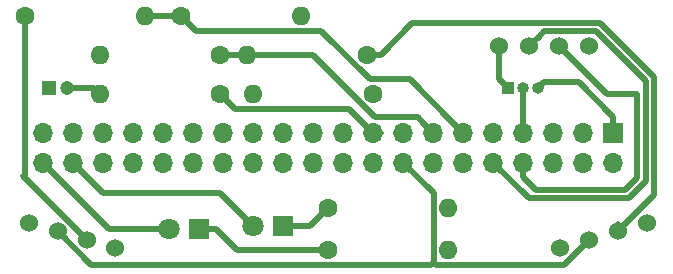
<source format=gbr>
G04 #@! TF.GenerationSoftware,KiCad,Pcbnew,(5.0.2)-1*
G04 #@! TF.CreationDate,2021-01-02T20:32:08+01:00*
G04 #@! TF.ProjectId,Radmesser,5261646d-6573-4736-9572-2e6b69636164,rev?*
G04 #@! TF.SameCoordinates,Original*
G04 #@! TF.FileFunction,Copper,L1,Top*
G04 #@! TF.FilePolarity,Positive*
%FSLAX46Y46*%
G04 Gerber Fmt 4.6, Leading zero omitted, Abs format (unit mm)*
G04 Created by KiCad (PCBNEW (5.0.2)-1) date 02.01.2021 20:32:08*
%MOMM*%
%LPD*%
G01*
G04 APERTURE LIST*
G04 #@! TA.AperFunction,ComponentPad*
%ADD10C,1.530000*%
G04 #@! TD*
G04 #@! TA.AperFunction,ComponentPad*
%ADD11R,1.800000X1.800000*%
G04 #@! TD*
G04 #@! TA.AperFunction,ComponentPad*
%ADD12C,1.800000*%
G04 #@! TD*
G04 #@! TA.AperFunction,ComponentPad*
%ADD13O,1.700000X1.700000*%
G04 #@! TD*
G04 #@! TA.AperFunction,ComponentPad*
%ADD14R,1.700000X1.700000*%
G04 #@! TD*
G04 #@! TA.AperFunction,ComponentPad*
%ADD15O,1.000000X1.000000*%
G04 #@! TD*
G04 #@! TA.AperFunction,ComponentPad*
%ADD16R,1.000000X1.000000*%
G04 #@! TD*
G04 #@! TA.AperFunction,ComponentPad*
%ADD17C,1.200000*%
G04 #@! TD*
G04 #@! TA.AperFunction,ComponentPad*
%ADD18R,1.200000X1.200000*%
G04 #@! TD*
G04 #@! TA.AperFunction,ComponentPad*
%ADD19O,1.600000X1.600000*%
G04 #@! TD*
G04 #@! TA.AperFunction,ComponentPad*
%ADD20C,1.600000*%
G04 #@! TD*
G04 #@! TA.AperFunction,Conductor*
%ADD21C,0.500000*%
G04 #@! TD*
G04 APERTURE END LIST*
D10*
G04 #@! TO.P,Uvorne1,2*
G04 #@! TO.N,Net-(J1-Pad16)*
X147509198Y-100299941D03*
G04 #@! TO.P,Uvorne1,3*
G04 #@! TO.N,Net-(R4-Pad1)*
X149950802Y-101000059D03*
G04 #@! TO.P,Uvorne1,4*
G04 #@! TO.N,GND*
X152392407Y-101700179D03*
G04 #@! TO.P,Uvorne1,1*
G04 #@! TO.N,Net-(J1-Pad2)*
X145067593Y-99599821D03*
G04 #@! TD*
G04 #@! TO.P,Uhinten2,1*
G04 #@! TO.N,Net-(J1-Pad2)*
X190067593Y-101700180D03*
G04 #@! TO.P,Uhinten2,4*
G04 #@! TO.N,GND*
X197392407Y-99599820D03*
G04 #@! TO.P,Uhinten2,3*
G04 #@! TO.N,Net-(R2-Pad1)*
X194950802Y-100299941D03*
G04 #@! TO.P,Uhinten2,2*
G04 #@! TO.N,Net-(J1-Pad16)*
X192509198Y-101000059D03*
G04 #@! TD*
D11*
G04 #@! TO.P,Drot2,1*
G04 #@! TO.N,Net-(Drot2-Pad1)*
X166624000Y-99822000D03*
D12*
G04 #@! TO.P,Drot2,2*
G04 #@! TO.N,Net-(Drot2-Pad2)*
X164084000Y-99822000D03*
G04 #@! TD*
G04 #@! TO.P,Dgrun1,2*
G04 #@! TO.N,Net-(Dgrun1-Pad2)*
X156972000Y-100076000D03*
D11*
G04 #@! TO.P,Dgrun1,1*
G04 #@! TO.N,Net-(Dgrun1-Pad1)*
X159512000Y-100076000D03*
G04 #@! TD*
D10*
G04 #@! TO.P,GPS1,2*
G04 #@! TO.N,Net-(GPS1-Pad2)*
X189992000Y-84582000D03*
G04 #@! TO.P,GPS1,3*
G04 #@! TO.N,Net-(GPS1-Pad3)*
X187452000Y-84582000D03*
G04 #@! TO.P,GPS1,4*
G04 #@! TO.N,GND*
X184912000Y-84582000D03*
G04 #@! TO.P,GPS1,1*
G04 #@! TO.N,Net-(GPS1-Pad1)*
X192532000Y-84582000D03*
G04 #@! TD*
D13*
G04 #@! TO.P,J1,40*
G04 #@! TO.N,Net-(Dgrun1-Pad2)*
X146304000Y-94488000D03*
G04 #@! TO.P,J1,39*
G04 #@! TO.N,GND*
X146304000Y-91948000D03*
G04 #@! TO.P,J1,38*
G04 #@! TO.N,Net-(Drot2-Pad2)*
X148844000Y-94488000D03*
G04 #@! TO.P,J1,37*
G04 #@! TO.N,Net-(J1-Pad37)*
X148844000Y-91948000D03*
G04 #@! TO.P,J1,36*
G04 #@! TO.N,Net-(J1-Pad36)*
X151384000Y-94488000D03*
G04 #@! TO.P,J1,35*
G04 #@! TO.N,Net-(J1-Pad35)*
X151384000Y-91948000D03*
G04 #@! TO.P,J1,34*
G04 #@! TO.N,GND*
X153924000Y-94488000D03*
G04 #@! TO.P,J1,33*
G04 #@! TO.N,Net-(J1-Pad33)*
X153924000Y-91948000D03*
G04 #@! TO.P,J1,32*
G04 #@! TO.N,Net-(J1-Pad32)*
X156464000Y-94488000D03*
G04 #@! TO.P,J1,31*
G04 #@! TO.N,GND*
X156464000Y-91948000D03*
G04 #@! TO.P,J1,30*
G04 #@! TO.N,Net-(J1-Pad30)*
X159004000Y-94488000D03*
G04 #@! TO.P,J1,29*
G04 #@! TO.N,Net-(J1-Pad29)*
X159004000Y-91948000D03*
G04 #@! TO.P,J1,28*
G04 #@! TO.N,Net-(J1-Pad28)*
X161544000Y-94488000D03*
G04 #@! TO.P,J1,27*
G04 #@! TO.N,Net-(J1-Pad27)*
X161544000Y-91948000D03*
G04 #@! TO.P,J1,26*
G04 #@! TO.N,Net-(J1-Pad26)*
X164084000Y-94488000D03*
G04 #@! TO.P,J1,25*
G04 #@! TO.N,Net-(J1-Pad25)*
X164084000Y-91948000D03*
G04 #@! TO.P,J1,24*
G04 #@! TO.N,Net-(J1-Pad24)*
X166624000Y-94488000D03*
G04 #@! TO.P,J1,23*
G04 #@! TO.N,Net-(J1-Pad23)*
X166624000Y-91948000D03*
G04 #@! TO.P,J1,22*
G04 #@! TO.N,Net-(J1-Pad22)*
X169164000Y-94488000D03*
G04 #@! TO.P,J1,21*
G04 #@! TO.N,Net-(J1-Pad21)*
X169164000Y-91948000D03*
G04 #@! TO.P,J1,20*
G04 #@! TO.N,Net-(J1-Pad20)*
X171704000Y-94488000D03*
G04 #@! TO.P,J1,19*
G04 #@! TO.N,Net-(J1-Pad19)*
X171704000Y-91948000D03*
G04 #@! TO.P,J1,18*
G04 #@! TO.N,Net-(J1-Pad18)*
X174244000Y-94488000D03*
G04 #@! TO.P,J1,17*
G04 #@! TO.N,Net-(J1-Pad17)*
X174244000Y-91948000D03*
G04 #@! TO.P,J1,16*
G04 #@! TO.N,Net-(J1-Pad16)*
X176784000Y-94488000D03*
G04 #@! TO.P,J1,15*
G04 #@! TO.N,Net-(J1-Pad15)*
X176784000Y-91948000D03*
G04 #@! TO.P,J1,14*
G04 #@! TO.N,Net-(J1-Pad14)*
X179324000Y-94488000D03*
G04 #@! TO.P,J1,13*
G04 #@! TO.N,Net-(J1-Pad13)*
X179324000Y-91948000D03*
G04 #@! TO.P,J1,12*
G04 #@! TO.N,Net-(J1-Pad12)*
X181864000Y-94488000D03*
G04 #@! TO.P,J1,11*
G04 #@! TO.N,Net-(J1-Pad11)*
X181864000Y-91948000D03*
G04 #@! TO.P,J1,10*
G04 #@! TO.N,Net-(GPS1-Pad3)*
X184404000Y-94488000D03*
G04 #@! TO.P,J1,9*
G04 #@! TO.N,Net-(J1-Pad9)*
X184404000Y-91948000D03*
G04 #@! TO.P,J1,8*
G04 #@! TO.N,Net-(GPS1-Pad2)*
X186944000Y-94488000D03*
G04 #@! TO.P,J1,7*
G04 #@! TO.N,Net-(J1-Pad7)*
X186944000Y-91948000D03*
G04 #@! TO.P,J1,6*
G04 #@! TO.N,GND*
X189484000Y-94488000D03*
G04 #@! TO.P,J1,5*
G04 #@! TO.N,Net-(J1-Pad5)*
X189484000Y-91948000D03*
G04 #@! TO.P,J1,4*
G04 #@! TO.N,Net-(J1-Pad4)*
X192024000Y-94488000D03*
G04 #@! TO.P,J1,3*
G04 #@! TO.N,Net-(J1-Pad3)*
X192024000Y-91948000D03*
G04 #@! TO.P,J1,2*
G04 #@! TO.N,Net-(J1-Pad2)*
X194564000Y-94488000D03*
D14*
G04 #@! TO.P,J1,1*
G04 #@! TO.N,Net-(GPS1-Pad1)*
X194564000Y-91948000D03*
G04 #@! TD*
D15*
G04 #@! TO.P,U3,3*
G04 #@! TO.N,Net-(GPS1-Pad1)*
X188214000Y-88138000D03*
G04 #@! TO.P,U3,2*
G04 #@! TO.N,Net-(J1-Pad7)*
X186944000Y-88138000D03*
D16*
G04 #@! TO.P,U3,1*
G04 #@! TO.N,GND*
X185674000Y-88138000D03*
G04 #@! TD*
D17*
G04 #@! TO.P,SW1,2*
G04 #@! TO.N,Net-(R8-Pad2)*
X148312000Y-88138000D03*
D18*
G04 #@! TO.P,SW1,1*
G04 #@! TO.N,GND*
X146812000Y-88138000D03*
G04 #@! TD*
D19*
G04 #@! TO.P,R1,2*
G04 #@! TO.N,GND*
X151130000Y-85344000D03*
D20*
G04 #@! TO.P,R1,1*
G04 #@! TO.N,Net-(J1-Pad13)*
X161290000Y-85344000D03*
G04 #@! TD*
G04 #@! TO.P,R2,1*
G04 #@! TO.N,Net-(R2-Pad1)*
X173736000Y-85344000D03*
D19*
G04 #@! TO.P,R2,2*
G04 #@! TO.N,Net-(J1-Pad13)*
X163576000Y-85344000D03*
G04 #@! TD*
G04 #@! TO.P,R3,2*
G04 #@! TO.N,GND*
X168148000Y-82042000D03*
D20*
G04 #@! TO.P,R3,1*
G04 #@! TO.N,Net-(J1-Pad11)*
X157988000Y-82042000D03*
G04 #@! TD*
G04 #@! TO.P,R4,1*
G04 #@! TO.N,Net-(R4-Pad1)*
X144780000Y-82042000D03*
D19*
G04 #@! TO.P,R4,2*
G04 #@! TO.N,Net-(J1-Pad11)*
X154940000Y-82042000D03*
G04 #@! TD*
G04 #@! TO.P,R5,2*
G04 #@! TO.N,GND*
X180594000Y-98298000D03*
D20*
G04 #@! TO.P,R5,1*
G04 #@! TO.N,Net-(Drot2-Pad1)*
X170434000Y-98298000D03*
G04 #@! TD*
G04 #@! TO.P,R6,1*
G04 #@! TO.N,Net-(Dgrun1-Pad1)*
X170434000Y-101854000D03*
D19*
G04 #@! TO.P,R6,2*
G04 #@! TO.N,GND*
X180594000Y-101854000D03*
G04 #@! TD*
G04 #@! TO.P,R7,2*
G04 #@! TO.N,Net-(J1-Pad7)*
X164084000Y-88646000D03*
D20*
G04 #@! TO.P,R7,1*
G04 #@! TO.N,Net-(GPS1-Pad1)*
X174244000Y-88646000D03*
G04 #@! TD*
G04 #@! TO.P,R8,1*
G04 #@! TO.N,Net-(J1-Pad17)*
X161290000Y-88646000D03*
D19*
G04 #@! TO.P,R8,2*
G04 #@! TO.N,Net-(R8-Pad2)*
X151130000Y-88646000D03*
G04 #@! TD*
D21*
G04 #@! TO.N,Net-(Dgrun1-Pad2)*
X151892000Y-100076000D02*
X156972000Y-100076000D01*
X146304000Y-94488000D02*
X151892000Y-100076000D01*
G04 #@! TO.N,Net-(Dgrun1-Pad1)*
X169302630Y-101854000D02*
X170434000Y-101854000D01*
X162690000Y-101854000D02*
X169302630Y-101854000D01*
X160912000Y-100076000D02*
X162690000Y-101854000D01*
X159512000Y-100076000D02*
X160912000Y-100076000D01*
G04 #@! TO.N,Net-(Drot2-Pad1)*
X168910000Y-99822000D02*
X170434000Y-98298000D01*
X166624000Y-99822000D02*
X168910000Y-99822000D01*
G04 #@! TO.N,Net-(Drot2-Pad2)*
X148844000Y-94488000D02*
X151384000Y-97028000D01*
X161290000Y-97028000D02*
X164084000Y-99822000D01*
X151384000Y-97028000D02*
X161290000Y-97028000D01*
G04 #@! TO.N,Net-(GPS1-Pad2)*
X186944000Y-95690081D02*
X188027919Y-96774000D01*
X186944000Y-94488000D02*
X186944000Y-95690081D01*
X188027919Y-96774000D02*
X195580000Y-96774000D01*
X195580000Y-96774000D02*
X196596000Y-95758000D01*
X196596000Y-95758000D02*
X196596000Y-88646000D01*
X194056000Y-88646000D02*
X189992000Y-84582000D01*
X196596000Y-88646000D02*
X194056000Y-88646000D01*
G04 #@! TO.N,GND*
X184912000Y-87376000D02*
X185674000Y-88138000D01*
X184912000Y-84582000D02*
X184912000Y-87376000D01*
G04 #@! TO.N,Net-(GPS1-Pad1)*
X194564000Y-90598000D02*
X194564000Y-91948000D01*
X191604001Y-87638001D02*
X194564000Y-90598000D01*
X188713999Y-87638001D02*
X191604001Y-87638001D01*
X188214000Y-88138000D02*
X188713999Y-87638001D01*
G04 #@! TO.N,Net-(J1-Pad16)*
X179343999Y-97047999D02*
X179343999Y-102889999D01*
X176784000Y-94488000D02*
X179343999Y-97047999D01*
X191744199Y-101765058D02*
X192509198Y-101000059D01*
X190405256Y-103104001D02*
X191744199Y-101765058D01*
X179558001Y-103104001D02*
X190405256Y-103104001D01*
X179343999Y-102889999D02*
X179558001Y-103104001D01*
X179129997Y-103104001D02*
X179343999Y-102889999D01*
X150313258Y-103104001D02*
X179129997Y-103104001D01*
X147509198Y-100299941D02*
X150313258Y-103104001D01*
G04 #@! TO.N,Net-(J1-Pad13)*
X161290000Y-85344000D02*
X163576000Y-85344000D01*
X178474001Y-91098001D02*
X179324000Y-91948000D01*
X178023999Y-90647999D02*
X178474001Y-91098001D01*
X174395997Y-90647999D02*
X178023999Y-90647999D01*
X169091998Y-85344000D02*
X174395997Y-90647999D01*
X163576000Y-85344000D02*
X169091998Y-85344000D01*
G04 #@! TO.N,Net-(J1-Pad11)*
X154940000Y-82042000D02*
X157988000Y-82042000D01*
X181014001Y-91098001D02*
X181864000Y-91948000D01*
X177311999Y-87395999D02*
X181014001Y-91098001D01*
X173937997Y-87395999D02*
X177311999Y-87395999D01*
X169833999Y-83292001D02*
X173937997Y-87395999D01*
X159238001Y-83292001D02*
X169833999Y-83292001D01*
X157988000Y-82042000D02*
X159238001Y-83292001D01*
G04 #@! TO.N,Net-(J1-Pad7)*
X186944000Y-91948000D02*
X186944000Y-88138000D01*
G04 #@! TO.N,Net-(R2-Pad1)*
X194950802Y-99700802D02*
X194950802Y-100299941D01*
X197996020Y-97254723D02*
X195715801Y-99534942D01*
X197996020Y-87257855D02*
X197996020Y-97254723D01*
X195715801Y-99534942D02*
X194950802Y-100299941D01*
X177544381Y-82666989D02*
X193405154Y-82666989D01*
X174867370Y-85344000D02*
X177544381Y-82666989D01*
X193405154Y-82666989D02*
X197996020Y-87257855D01*
X173736000Y-85344000D02*
X174867370Y-85344000D01*
G04 #@! TO.N,Net-(R4-Pad1)*
X149185803Y-100235060D02*
X149950802Y-101000059D01*
X144708743Y-83244627D02*
X144708743Y-95758000D01*
X144780000Y-83173370D02*
X144708743Y-83244627D01*
X144780000Y-82042000D02*
X144780000Y-83173370D01*
X144545999Y-95595256D02*
X144708743Y-95758000D01*
X144708743Y-95758000D02*
X149185803Y-100235060D01*
G04 #@! TO.N,Net-(GPS1-Pad3)*
X188216999Y-83817001D02*
X187452000Y-84582000D01*
X188667001Y-83366999D02*
X188216999Y-83817001D01*
X193115201Y-83366999D02*
X188667001Y-83366999D01*
X197296010Y-87547808D02*
X193115201Y-83366999D01*
X197296010Y-96047953D02*
X197296010Y-87547808D01*
X195869953Y-97474010D02*
X197296010Y-96047953D01*
X187390010Y-97474010D02*
X195869953Y-97474010D01*
X184404000Y-94488000D02*
X187390010Y-97474010D01*
G04 #@! TO.N,Net-(J1-Pad17)*
X174244000Y-91948000D02*
X174859998Y-91948000D01*
X173394001Y-91098001D02*
X174244000Y-91948000D01*
X172192001Y-89896001D02*
X173394001Y-91098001D01*
X162540001Y-89896001D02*
X172192001Y-89896001D01*
X161290000Y-88646000D02*
X162540001Y-89896001D01*
G04 #@! TO.N,Net-(R8-Pad2)*
X150622000Y-88138000D02*
X151130000Y-88646000D01*
X148312000Y-88138000D02*
X150622000Y-88138000D01*
G04 #@! TD*
M02*

</source>
